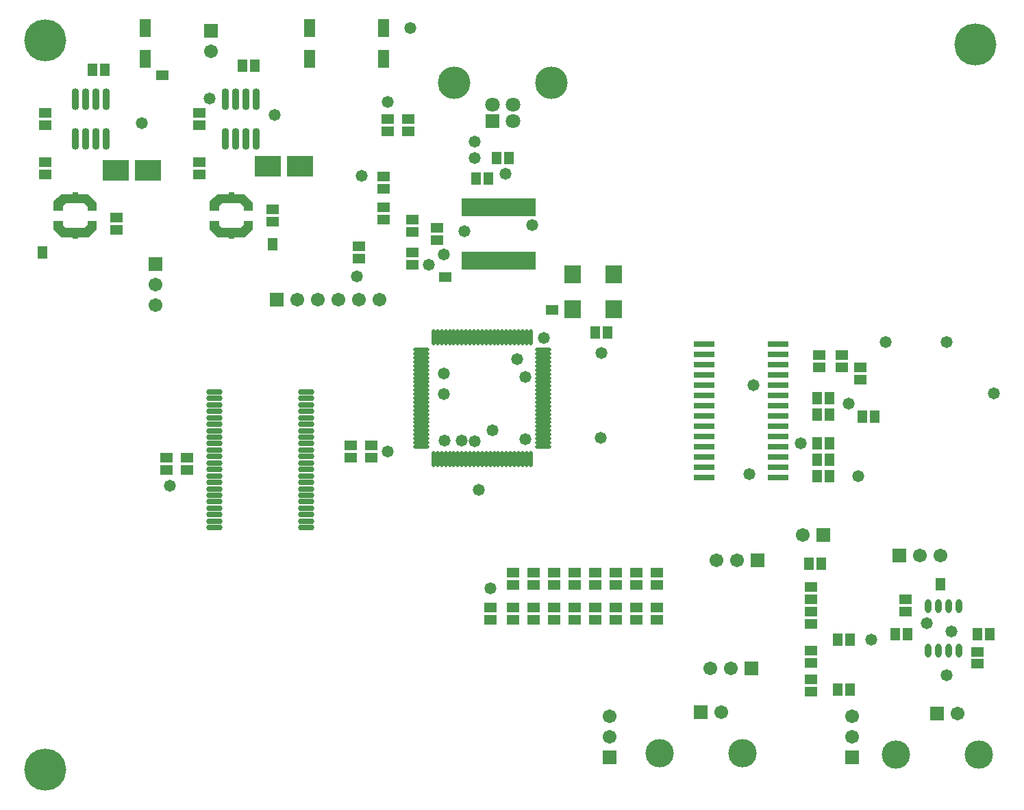
<source format=gts>
%FSLAX25Y25*%
%MOIN*%
G70*
G01*
G75*
G04 Layer_Color=8388736*
%ADD10C,0.01200*%
%ADD11C,0.01100*%
%ADD12C,0.00800*%
%ADD13C,0.00800*%
%ADD14C,0.01200*%
%ADD15C,0.01000*%
%ADD16C,0.02000*%
%ADD17R,0.05512X0.04331*%
%ADD18R,0.04331X0.05512*%
%ADD19O,0.02362X0.05906*%
%ADD20R,0.09055X0.02362*%
%ADD21O,0.02756X0.09843*%
%ADD22R,0.07100X0.07900*%
%ADD23O,0.01181X0.07087*%
%ADD24O,0.07087X0.01181*%
%ADD25O,0.07087X0.02165*%
%ADD26R,0.01772X0.08071*%
%ADD27R,0.01772X0.08071*%
%ADD28R,0.12362X0.09055*%
%ADD29R,0.02000X0.02000*%
%ADD30R,0.04724X0.07874*%
%ADD31R,0.05906X0.05906*%
%ADD32C,0.05906*%
%ADD33R,0.05906X0.05906*%
%ADD34C,0.14961*%
%ADD35R,0.06299X0.06299*%
%ADD36C,0.06299*%
%ADD37C,0.12992*%
%ADD38C,0.05000*%
%ADD39C,0.19685*%
%ADD40C,0.04000*%
%ADD41C,0.02362*%
%ADD42C,0.00984*%
%ADD43C,0.00787*%
%ADD44C,0.00098*%
%ADD45C,0.00098*%
%ADD46R,0.06312X0.05131*%
%ADD47R,0.05131X0.06312*%
%ADD48O,0.03162X0.06706*%
%ADD49R,0.09855X0.03162*%
%ADD50O,0.03556X0.10642*%
%ADD51R,0.07900X0.08700*%
%ADD52O,0.01981X0.07887*%
%ADD53O,0.07887X0.01981*%
%ADD54O,0.07887X0.02965*%
%ADD55R,0.02572X0.08871*%
%ADD56R,0.02572X0.08871*%
%ADD57R,0.13162X0.09855*%
%ADD58R,0.02800X0.02800*%
%ADD59R,0.05524X0.08674*%
%ADD60R,0.06706X0.06706*%
%ADD61C,0.06706*%
%ADD62R,0.06706X0.06706*%
%ADD63C,0.15761*%
%ADD64R,0.07099X0.07099*%
%ADD65C,0.07099*%
%ADD66C,0.13792*%
%ADD67C,0.05800*%
%ADD68C,0.20485*%
G36*
X324500Y587000D02*
X320500Y583500D01*
X307500D01*
X303500Y587500D01*
Y591500D01*
X308000D01*
Y589500D01*
X309500Y588000D01*
X318500D01*
X320000Y589500D01*
Y591500D01*
X324500D01*
Y587000D01*
D02*
G37*
G36*
X248500D02*
X244500Y583500D01*
X231500D01*
X227500Y587500D01*
Y591500D01*
X232000D01*
Y589500D01*
X233500Y588000D01*
X242500D01*
X244000Y589500D01*
Y591500D01*
X248500D01*
Y587000D01*
D02*
G37*
G36*
X324500Y600500D02*
Y596500D01*
X320000D01*
Y598500D01*
X318500Y600000D01*
X309500D01*
X308000Y598500D01*
Y596500D01*
X303500D01*
Y601000D01*
X307500Y604500D01*
X320500D01*
X324500Y600500D01*
D02*
G37*
G36*
X248500D02*
Y596500D01*
X244000D01*
Y598500D01*
X242500Y600000D01*
X233500D01*
X232000Y598500D01*
Y596500D01*
X227500D01*
Y601000D01*
X231500Y604500D01*
X244500D01*
X248500Y600500D01*
D02*
G37*
D46*
X440000Y397047D02*
D03*
Y402953D02*
D03*
X451000D02*
D03*
Y397047D02*
D03*
X461000D02*
D03*
Y402953D02*
D03*
X471000D02*
D03*
Y397047D02*
D03*
X481000D02*
D03*
Y402953D02*
D03*
X491000D02*
D03*
Y397047D02*
D03*
X501000D02*
D03*
Y402953D02*
D03*
X511000D02*
D03*
Y397047D02*
D03*
X521000D02*
D03*
Y402953D02*
D03*
X521000Y414047D02*
D03*
Y419953D02*
D03*
X511000D02*
D03*
Y414047D02*
D03*
X501000D02*
D03*
Y419953D02*
D03*
X491000D02*
D03*
Y414047D02*
D03*
X481000D02*
D03*
Y419953D02*
D03*
X471000D02*
D03*
Y414047D02*
D03*
X461000D02*
D03*
Y419953D02*
D03*
X451000D02*
D03*
Y414047D02*
D03*
X382000Y481953D02*
D03*
Y476047D02*
D03*
X372000Y481953D02*
D03*
Y476047D02*
D03*
X292500Y475953D02*
D03*
Y470047D02*
D03*
X282500Y470047D02*
D03*
Y475953D02*
D03*
X376000Y573047D02*
D03*
Y578953D02*
D03*
X402000Y575953D02*
D03*
Y570047D02*
D03*
X418000Y564000D02*
D03*
X414000Y582047D02*
D03*
Y587953D02*
D03*
X402000Y586047D02*
D03*
Y591953D02*
D03*
X388000Y607047D02*
D03*
Y612953D02*
D03*
Y597953D02*
D03*
Y592047D02*
D03*
X400000Y635047D02*
D03*
Y640953D02*
D03*
X390000Y640953D02*
D03*
Y635047D02*
D03*
X334000Y596953D02*
D03*
Y591047D02*
D03*
X298500Y638047D02*
D03*
X298500Y619953D02*
D03*
Y614047D02*
D03*
X298500Y643953D02*
D03*
X280500Y662500D02*
D03*
X223500Y643953D02*
D03*
Y638047D02*
D03*
X223500Y619953D02*
D03*
Y614047D02*
D03*
X258000Y592953D02*
D03*
Y587047D02*
D03*
X470000Y548000D02*
D03*
X596000Y412953D02*
D03*
Y407047D02*
D03*
Y400953D02*
D03*
Y395047D02*
D03*
Y381953D02*
D03*
Y376047D02*
D03*
Y367953D02*
D03*
Y362047D02*
D03*
X642000Y401047D02*
D03*
Y406953D02*
D03*
X677000Y381453D02*
D03*
Y375547D02*
D03*
X620000Y514047D02*
D03*
Y519953D02*
D03*
X611000Y520047D02*
D03*
Y525953D02*
D03*
X600000D02*
D03*
Y520047D02*
D03*
D47*
X491047Y537000D02*
D03*
X496953D02*
D03*
X438953Y612000D02*
D03*
X433047D02*
D03*
X448953Y622000D02*
D03*
X443047D02*
D03*
X325453Y667000D02*
D03*
X319547D02*
D03*
X252453Y665000D02*
D03*
X246547D02*
D03*
X222000Y576000D02*
D03*
X334000Y580000D02*
D03*
X595047Y424500D02*
D03*
X600953D02*
D03*
X609047Y387500D02*
D03*
X614953D02*
D03*
Y363000D02*
D03*
X609047D02*
D03*
X637047Y390000D02*
D03*
X642953D02*
D03*
X677047D02*
D03*
X682953D02*
D03*
X659000Y414500D02*
D03*
X604953Y467000D02*
D03*
X604953Y475000D02*
D03*
X621047Y496000D02*
D03*
X626953D02*
D03*
X604953Y505000D02*
D03*
Y497000D02*
D03*
X604953Y483000D02*
D03*
X599047Y505000D02*
D03*
Y497000D02*
D03*
X599047Y483000D02*
D03*
X599047Y475000D02*
D03*
X599047Y467000D02*
D03*
D48*
X653000Y382173D02*
D03*
X658000D02*
D03*
X663000D02*
D03*
X668000D02*
D03*
Y403827D02*
D03*
X663000D02*
D03*
X658000D02*
D03*
X653000D02*
D03*
D49*
X544087Y466500D02*
D03*
Y471500D02*
D03*
Y476500D02*
D03*
Y481500D02*
D03*
Y486500D02*
D03*
Y491500D02*
D03*
Y496500D02*
D03*
Y501500D02*
D03*
Y506500D02*
D03*
Y511500D02*
D03*
Y516500D02*
D03*
Y521500D02*
D03*
Y526500D02*
D03*
Y531500D02*
D03*
X579913Y496500D02*
D03*
Y491500D02*
D03*
Y486500D02*
D03*
Y481500D02*
D03*
Y476500D02*
D03*
Y471500D02*
D03*
Y466500D02*
D03*
Y501500D02*
D03*
Y506500D02*
D03*
Y511500D02*
D03*
Y516500D02*
D03*
Y521500D02*
D03*
Y526500D02*
D03*
Y531500D02*
D03*
D50*
X326000Y631354D02*
D03*
Y650646D02*
D03*
X321000D02*
D03*
X316000D02*
D03*
X311000D02*
D03*
Y631354D02*
D03*
X316000D02*
D03*
X321000D02*
D03*
X253000Y650646D02*
D03*
Y631354D02*
D03*
X248000Y650646D02*
D03*
X243000D02*
D03*
X238000D02*
D03*
Y631354D02*
D03*
X243000D02*
D03*
X248000D02*
D03*
D51*
X500000Y548500D02*
D03*
Y565500D02*
D03*
X480000D02*
D03*
Y548500D02*
D03*
D52*
X445843Y475276D02*
D03*
X447811D02*
D03*
X449780D02*
D03*
X451748D02*
D03*
X453717D02*
D03*
X455685D02*
D03*
X457654D02*
D03*
X459622D02*
D03*
X443874D02*
D03*
X441905D02*
D03*
X439937D02*
D03*
X437968D02*
D03*
X436000D02*
D03*
X434031D02*
D03*
X432063D02*
D03*
X430094D02*
D03*
X428126D02*
D03*
X426158D02*
D03*
X424189D02*
D03*
X422221D02*
D03*
X420252D02*
D03*
X418284D02*
D03*
X416315D02*
D03*
X414347D02*
D03*
X412378D02*
D03*
X445843Y534724D02*
D03*
X447811D02*
D03*
X449780D02*
D03*
X451748D02*
D03*
X453717D02*
D03*
X455685D02*
D03*
X457654D02*
D03*
X459622D02*
D03*
X443874D02*
D03*
X441905D02*
D03*
X439937D02*
D03*
X437968D02*
D03*
X436000D02*
D03*
X434031D02*
D03*
X432063D02*
D03*
X430094D02*
D03*
X428126D02*
D03*
X426158D02*
D03*
X424189D02*
D03*
X422221D02*
D03*
X420252D02*
D03*
X418284D02*
D03*
X416315D02*
D03*
X414347D02*
D03*
X412378D02*
D03*
D53*
X465724Y481378D02*
D03*
Y483347D02*
D03*
Y485315D02*
D03*
Y487284D02*
D03*
Y489252D02*
D03*
Y491221D02*
D03*
Y493189D02*
D03*
Y495157D02*
D03*
Y497126D02*
D03*
Y499094D02*
D03*
Y501063D02*
D03*
Y503031D02*
D03*
Y505000D02*
D03*
Y506968D02*
D03*
Y508937D02*
D03*
Y510906D02*
D03*
Y512874D02*
D03*
Y514843D02*
D03*
Y516811D02*
D03*
Y518780D02*
D03*
Y520748D02*
D03*
Y522717D02*
D03*
Y524685D02*
D03*
Y526653D02*
D03*
Y528622D02*
D03*
X406276D02*
D03*
Y526653D02*
D03*
Y524685D02*
D03*
Y522717D02*
D03*
Y520748D02*
D03*
Y518780D02*
D03*
Y516811D02*
D03*
Y514843D02*
D03*
Y512874D02*
D03*
Y510906D02*
D03*
Y508937D02*
D03*
Y506968D02*
D03*
Y505000D02*
D03*
Y503031D02*
D03*
Y501063D02*
D03*
Y499094D02*
D03*
Y497126D02*
D03*
Y495157D02*
D03*
Y493189D02*
D03*
Y491221D02*
D03*
Y489252D02*
D03*
Y487284D02*
D03*
Y485315D02*
D03*
Y483347D02*
D03*
Y481378D02*
D03*
D54*
X350441Y441929D02*
D03*
Y445079D02*
D03*
Y448228D02*
D03*
Y451378D02*
D03*
Y454528D02*
D03*
Y457677D02*
D03*
Y460827D02*
D03*
Y463976D02*
D03*
Y467126D02*
D03*
Y470276D02*
D03*
Y473425D02*
D03*
Y476575D02*
D03*
Y479724D02*
D03*
Y482874D02*
D03*
Y486024D02*
D03*
Y489173D02*
D03*
Y492323D02*
D03*
Y495472D02*
D03*
Y498622D02*
D03*
Y501772D02*
D03*
Y504921D02*
D03*
Y508071D02*
D03*
X305559D02*
D03*
Y504921D02*
D03*
Y501772D02*
D03*
Y498622D02*
D03*
Y495472D02*
D03*
Y492323D02*
D03*
Y489173D02*
D03*
Y486024D02*
D03*
Y482874D02*
D03*
Y479724D02*
D03*
Y476575D02*
D03*
Y473425D02*
D03*
Y470276D02*
D03*
Y467126D02*
D03*
Y463976D02*
D03*
Y460827D02*
D03*
Y457677D02*
D03*
Y454528D02*
D03*
Y451378D02*
D03*
Y448228D02*
D03*
Y445079D02*
D03*
Y441929D02*
D03*
D55*
X427366Y571910D02*
D03*
D56*
X447839Y571910D02*
D03*
X450398D02*
D03*
X452957D02*
D03*
X455516D02*
D03*
X458075D02*
D03*
X460634D02*
D03*
Y598091D02*
D03*
X458075D02*
D03*
X455516D02*
D03*
X452957D02*
D03*
X450398D02*
D03*
X447839D02*
D03*
X445280D02*
D03*
X442721D02*
D03*
X440162D02*
D03*
X437602D02*
D03*
X435043D02*
D03*
X432484D02*
D03*
X429925D02*
D03*
Y571910D02*
D03*
X432484D02*
D03*
X435043D02*
D03*
X437602D02*
D03*
X440162D02*
D03*
X442721D02*
D03*
X445280D02*
D03*
X427366Y598091D02*
D03*
D57*
X347413Y618000D02*
D03*
X331587D02*
D03*
X273413Y616000D02*
D03*
X257587D02*
D03*
D58*
X314000Y584000D02*
D03*
Y604000D02*
D03*
X238000D02*
D03*
Y584000D02*
D03*
D59*
X388000Y670520D02*
D03*
Y685480D02*
D03*
X352000D02*
D03*
Y670520D02*
D03*
X272000Y685480D02*
D03*
Y670520D02*
D03*
D60*
X567000Y373500D02*
D03*
X570000Y426000D02*
D03*
X602000Y438500D02*
D03*
X639000Y428500D02*
D03*
X336000Y553000D02*
D03*
D61*
X498000Y340000D02*
D03*
Y350000D02*
D03*
X547000Y373500D02*
D03*
X552343Y352000D02*
D03*
X557000Y373500D02*
D03*
X616000Y350000D02*
D03*
Y340000D02*
D03*
X667343Y351500D02*
D03*
X659000Y428500D02*
D03*
X649000D02*
D03*
X592000Y438500D02*
D03*
X560000Y426000D02*
D03*
X550000D02*
D03*
X386000Y553000D02*
D03*
X376000D02*
D03*
X366000D02*
D03*
X356000D02*
D03*
X346000D02*
D03*
X277000Y560500D02*
D03*
Y550500D02*
D03*
X304000Y674000D02*
D03*
D62*
X498000Y330000D02*
D03*
X542500Y352000D02*
D03*
X616000Y330000D02*
D03*
X657500Y351500D02*
D03*
X304000Y684000D02*
D03*
X277000Y570500D02*
D03*
D63*
X469701Y658606D02*
D03*
X422299D02*
D03*
D64*
X441079Y640063D02*
D03*
D65*
X450921Y640063D02*
D03*
Y647937D02*
D03*
X441079D02*
D03*
D66*
X522421Y331921D02*
D03*
X562579D02*
D03*
X637421Y331421D02*
D03*
X677579D02*
D03*
D67*
X440000Y412500D02*
D03*
X434500Y460500D02*
D03*
X457000Y485000D02*
D03*
Y515500D02*
D03*
X453000Y524000D02*
D03*
X466000Y534500D02*
D03*
X494000Y527000D02*
D03*
X493752Y485748D02*
D03*
X441000Y489500D02*
D03*
X432500Y484000D02*
D03*
X417500Y507000D02*
D03*
X417827Y484307D02*
D03*
X426000Y484500D02*
D03*
X417500Y517000D02*
D03*
X390000Y479000D02*
D03*
X375000Y564500D02*
D03*
X410000Y570000D02*
D03*
X417500Y575000D02*
D03*
X427500Y586500D02*
D03*
X460500Y589500D02*
D03*
X447500Y614500D02*
D03*
X432500Y622000D02*
D03*
Y630000D02*
D03*
X401000Y685500D02*
D03*
X390000Y649500D02*
D03*
X377500Y613500D02*
D03*
X335000Y643000D02*
D03*
X303500Y651000D02*
D03*
X270500Y639000D02*
D03*
X284000Y462500D02*
D03*
X566000Y468000D02*
D03*
X591000Y483000D02*
D03*
X619000Y467000D02*
D03*
X614500Y502500D02*
D03*
X632500Y532500D02*
D03*
X662000D02*
D03*
X685000Y507500D02*
D03*
X652500Y395500D02*
D03*
X664500Y391500D02*
D03*
X662000Y370000D02*
D03*
X625500Y387500D02*
D03*
X568000Y511500D02*
D03*
D68*
X223500Y324000D02*
D03*
Y679500D02*
D03*
X676000Y677500D02*
D03*
M02*

</source>
